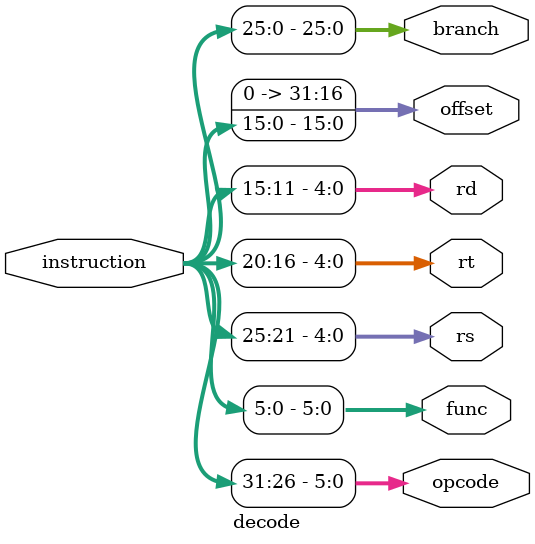
<source format=v>
`timescale 1ns / 1ps

module decode(
input [31:0]instruction,
output [5:0]opcode,
output [5:0]func,
output [4:0]rs,
output [4:0]rt,
output [4:0]rd,
output [31:0]offset,
output [25:0]branch
    );
assign opcode = instruction[31:26]; 
assign func = instruction[5:0];
assign rs = instruction[25:21]; 
assign rt= instruction[20:16]; 
assign rd= instruction[15:11]; 
assign offset= instruction[15:0]; 
assign branch = instruction[25:0];
endmodule

</source>
